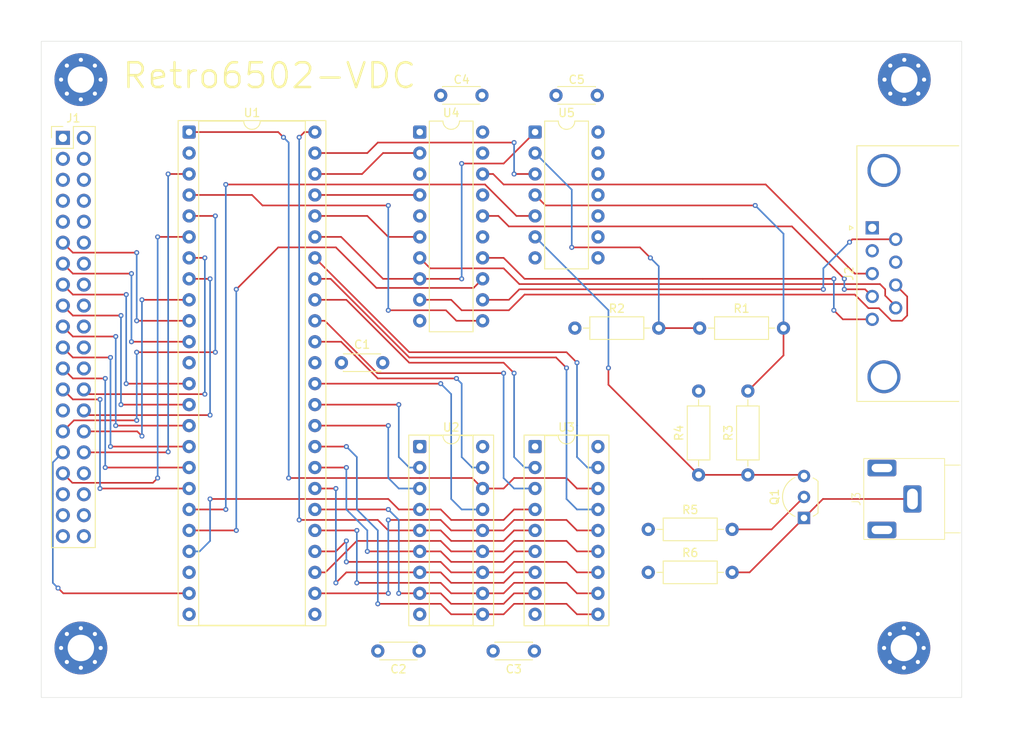
<source format=kicad_pcb>
(kicad_pcb (version 20241229) (generator "pcbnew") (generator_version "9.0")
  (layers (0 "F.Cu" signal) (4 "In1.Cu" signal) (6 "In2.Cu" signal) (2 "B.Cu" signal) (13 "F.Paste" user) (15 "B.Paste" user) (5 "F.SilkS" user "F.Silkscreen") (7 "B.SilkS" user "B.Silkscreen") (1 "F.Mask" user) (3 "B.Mask" user) (25 "Edge.Cuts" user))
  (net 0 "")
  (net 1 "GND")
  (net 2 "VCC")
  (net 4 "/R{slash}~{W}")
  (net 5 "/D0")
  (net 7 "/A0")
  (net 11 "/~{RESET}")
  (net 12 "/~{IOCS2}")
  (net 16 "/D4")
  (net 19 "/D2")
  (net 27 "/D1")
  (net 29 "/D3")
  (net 30 "/D6")
  (net 31 "/D5")
  (net 33 "/16MHz")
  (net 34 "/~{IRQ}")
  (net 36 "/D7")
  (net 38 "/1MHz")
  (net 39 "/B_I")
  (net 40 "/B_R")
  (net 41 "/B_HSYNC")
  (net 42 "/B_B")
  (net 43 "/B_G")
  (net 44 "/B_VSYNC")
  (net 45 "/COMPOSITE")
  (net 46 "Net-(Q1-B)")
  (net 47 "Net-(Q1-C)")
  (net 48 "Net-(R1-Pad2)")
  (net 49 "Net-(R1-Pad1)")
  (net 50 "/G")
  (net 51 "/DD5")
  (net 52 "/DA7")
  (net 53 "/DA1")
  (net 54 "/DA4")
  (net 55 "/DD0")
  (net 56 "/CV")
  (net 57 "/R")
  (net 58 "/DA6")
  (net 59 "/DD6")
  (net 60 "/B")
  (net 61 "/DA3")
  (net 62 "/DD1")
  (net 63 "/DA2")
  (net 64 "/DR{slash}~{W}")
  (net 65 "/DA5")
  (net 66 "/I")
  (net 67 "/VSYNC")
  (net 68 "/DA0")
  (net 69 "/DD7")
  (net 71 "/DD2")
  (net 72 "/DD4")
  (net 73 "/~{RAS}")
  (net 74 "/DD3")
  (net 75 "/CSYNC")
  (net 76 "/HSYNC")
  (net 77 "/~{CAS}")
  (footprint "Package_DIP:DIP-14_W7.62mm" (layer "F.Cu") (at 147.325 63.5)
    (property "Reference" "U5")
    (property "Value" "74LS07")
  )
  (footprint "Resistor_THT:R_Axial_DIN0207_L6.3mm_D2.5mm_P10.16mm_Horizontal" (layer "F.Cu") (at 167.259 87.249)
    (property "Reference" "R1")
    (property "Value" "120")
  )
  (footprint "MountingHole:MountingHole_3.2mm_M3_Pad_Via" (layer "F.Cu") (at 92.297056 126)
    (property "Reference" "H3")
    (property "Value" "MountingHole_Pad")
  )
  (footprint "Package_TO_SOT_THT:TO-92L_Inline_Wide" (layer "F.Cu") (at 179.901 110.246 90)
    (property "Reference" "Q1")
    (property "Value" "2SC1815")
  )
  (footprint "Resistor_THT:R_Axial_DIN0207_L6.3mm_D2.5mm_P10.16mm_Horizontal" (layer "F.Cu") (at 167.132 105.029 90)
    (property "Reference" "R4")
    (property "Value" "330")
  )
  (footprint "Package_DIP:DIP-18_W7.62mm_Socket" (layer "F.Cu") (at 133.35 101.6)
    (property "Reference" "U2")
    (property "Value" "TMS4464")
  )
  (footprint "Resistor_THT:R_Axial_DIN0207_L6.3mm_D2.5mm_P10.16mm_Horizontal" (layer "F.Cu") (at 161.036 116.84)
    (property "Reference" "R6")
    (property "Value" "82")
  )
  (footprint "Retro6502:SwitchCraft-PJRA" (layer "F.Cu") (at 193.04 107.95 90)
    (property "Reference" "J3")
    (property "Value" "Conn_Coaxial")
  )
  (footprint "Capacitor_THT:C_Disc_D4.3mm_W1.9mm_P5.00mm" (layer "F.Cu") (at 147.24 126.365 180)
    (property "Reference" "C3")
    (property "Value" "100n")
  )
  (footprint "MountingHole:MountingHole_3.2mm_M3_Pad_Via" (layer "F.Cu") (at 192.05 57.147056)
    (property "Reference" "H2")
    (property "Value" "MountingHole_Pad")
  )
  (footprint "Package_DIP:DIP-48_W15.24mm_Socket" (layer "F.Cu") (at 105.41 63.5)
    (property "Reference" "U1")
    (property "Value" "8568")
  )
  (footprint "Package_DIP:DIP-18_W7.62mm_Socket" (layer "F.Cu") (at 147.32 101.6)
    (property "Reference" "U3")
    (property "Value" "TMS4464")
  )
  (footprint "Resistor_THT:R_Axial_DIN0207_L6.3mm_D2.5mm_P10.16mm_Horizontal" (layer "F.Cu") (at 152.146 87.249)
    (property "Reference" "R2")
    (property "Value" "120")
  )
  (footprint "Connector_PinHeader_2.54mm:PinHeader_2x20_P2.54mm_Vertical" (layer "F.Cu") (at 90.12 64.2)
    (property "Reference" "J1")
    (property "Value" "BUS")
  )
  (footprint "Capacitor_THT:C_Disc_D4.3mm_W1.9mm_P5.00mm" (layer "F.Cu") (at 123.865 91.44)
    (property "Reference" "C1")
    (property "Value" "100n")
  )
  (footprint "Capacitor_THT:C_Disc_D4.3mm_W1.9mm_P5.00mm" (layer "F.Cu") (at 154.86 59.055 180)
    (property "Reference" "C5")
    (property "Value" "100n")
  )
  (footprint "Resistor_THT:R_Axial_DIN0207_L6.3mm_D2.5mm_P10.16mm_Horizontal" (layer "F.Cu") (at 173.101 105.029 90)
    (property "Reference" "R3")
    (property "Value" "100")
  )
  (footprint "Capacitor_THT:C_Disc_D4.3mm_W1.9mm_P5.00mm" (layer "F.Cu") (at 140.89 59.055 180)
    (property "Reference" "C4")
    (property "Value" "100n")
  )
  (footprint "MountingHole:MountingHole_3.2mm_M3_Pad_Via" (layer "F.Cu") (at 92.297056 57.147056)
    (property "Reference" "H1")
    (property "Value" "MountingHole_Pad")
  )
  (footprint "Capacitor_THT:C_Disc_D4.3mm_W1.9mm_P5.00mm" (layer "F.Cu") (at 133.27 126.365 180)
    (property "Reference" "C2")
    (property "Value" "100n")
  )
  (footprint "Package_DIP:DIP-20_W7.62mm" (layer "F.Cu") (at 133.35 63.5)
    (property "Reference" "U4")
    (property "Value" "74LS244")
  )
  (footprint "MountingHole:MountingHole_3.2mm_M3_Pad_Via" (layer "F.Cu") (at 192 126)
    (property "Reference" "H4")
    (property "Value" "MountingHole_Pad")
  )
  (footprint "Retro6502:DSUB-9_Female_Horizontal_P2.77x2.84mm_EdgePinOffset7.70mm_Housed_MountingHolesOffset9.12mm" (layer "F.Cu") (at 188.169669 75.105 90)
    (property "Reference" "J2")
    (property "Value" "CGA" (hide yes))
  )
  (footprint "Resistor_THT:R_Axial_DIN0207_L6.3mm_D2.5mm_P10.16mm_Horizontal" (layer "F.Cu") (at 161.036 111.633)
    (property "Reference" "R5")
    (property "Value" "47")
  )
  (gr_rect (start 87.5 52.5) (end 199 132) (stroke (width 0.05)) (fill no) (layer "Edge.Cuts"))
  (gr_text "Retro6502-VDC" (at 97.155 58.42 0) (layer "F.SilkS") (effects (font (size 3 3) (thickness 0.3)) (justify left bottom)))
  (segment (start 105.41 97.79) (end 107.95 97.79) (width 0.2) (layer "F.Cu") (net 4))
  (segment (start 92.66 97.22) (end 93.23 97.79) (width 0.2) (layer "F.Cu") (net 4))
  (segment (start 93.23 97.79) (end 105.41 97.79) (width 0.2) (layer "F.Cu") (net 4))
  (segment (start 107.95 81.28) (end 105.41 81.28) (width 0.2) (layer "F.Cu") (net 4))
  (via (at 107.95 81.28) (size 0.6) (drill 0.3) (layers "F.Cu" "B.Cu") (net 4))
  (via (at 107.95 97.79) (size 0.6) (drill 0.3) (layers "F.Cu" "B.Cu") (net 4))
  (segment (start 107.95 97.79) (end 107.95 81.28) (width 0.2) (layer "B.Cu") (net 4))
  (segment (start 94.615 106.68) (end 105.41 106.68) (width 0.2) (layer "F.Cu") (net 5))
  (segment (start 90.12 94.68) (end 91.325 95.885) (width 0.2) (layer "F.Cu") (net 5))
  (segment (start 91.325 95.885) (end 94.615 95.885) (width 0.2) (layer "F.Cu") (net 5))
  (via (at 94.615 95.885) (size 0.6) (drill 0.3) (layers "F.Cu" "B.Cu") (net 5))
  (via (at 94.615 106.68) (size 0.6) (drill 0.3) (layers "F.Cu" "B.Cu") (net 5))
  (segment (start 94.615 95.885) (end 94.615 106.68) (width 0.2) (layer "B.Cu") (net 5))
  (segment (start 92.66 94.68) (end 93.23 95.25) (width 0.2) (layer "F.Cu") (net 7))
  (segment (start 93.23 95.25) (end 107.315 95.25) (width 0.2) (layer "F.Cu") (net 7))
  (segment (start 107.315 78.74) (end 105.41 78.74) (width 0.2) (layer "F.Cu") (net 7))
  (via (at 107.315 78.74) (size 0.6) (drill 0.3) (layers "F.Cu" "B.Cu") (net 7))
  (via (at 107.315 95.25) (size 0.6) (drill 0.3) (layers "F.Cu" "B.Cu") (net 7))
  (segment (start 107.315 95.25) (end 107.315 78.74) (width 0.2) (layer "B.Cu") (net 7))
  (segment (start 89.535 118.745) (end 90.17 119.38) (width 0.2) (layer "F.Cu") (net 11))
  (segment (start 90.17 119.38) (end 105.41 119.38) (width 0.2) (layer "F.Cu") (net 11))
  (via (at 89.535 118.745) (size 0.6) (drill 0.3) (layers "F.Cu" "B.Cu") (net 11))
  (segment (start 88.9 103.52) (end 88.9 107.315) (width 0.2) (layer "B.Cu") (net 11))
  (segment (start 88.9 107.315) (end 88.9 118.11) (width 0.2) (layer "B.Cu") (net 11))
  (segment (start 88.9 118.11) (end 89.535 118.745) (width 0.2) (layer "B.Cu") (net 11))
  (segment (start 90.12 102.3) (end 88.9 103.52) (width 0.2) (layer "B.Cu") (net 11))
  (segment (start 91.271 105.991) (end 90.12 104.84) (width 0.2) (layer "F.Cu") (net 12))
  (segment (start 105.41 76.2) (end 101.6 76.2) (width 0.2) (layer "F.Cu") (net 12))
  (segment (start 101.019 105.991) (end 91.271 105.991) (width 0.2) (layer "F.Cu") (net 12))
  (segment (start 101.6 105.41) (end 101.019 105.991) (width 0.2) (layer "F.Cu") (net 12))
  (via (at 101.6 76.2) (size 0.6) (drill 0.3) (layers "F.Cu" "B.Cu") (net 12))
  (via (at 101.6 105.41) (size 0.6) (drill 0.3) (layers "F.Cu" "B.Cu") (net 12))
  (segment (start 101.6 76.2) (end 101.6 105.41) (width 0.2) (layer "B.Cu") (net 12))
  (segment (start 97.155 96.52) (end 105.41 96.52) (width 0.2) (layer "F.Cu") (net 16))
  (segment (start 90.12 84.52) (end 91.325 85.725) (width 0.2) (layer "F.Cu") (net 16))
  (segment (start 91.325 85.725) (end 97.155 85.725) (width 0.2) (layer "F.Cu") (net 16))
  (via (at 97.155 85.725) (size 0.6) (drill 0.3) (layers "F.Cu" "B.Cu") (net 16))
  (via (at 97.155 96.52) (size 0.6) (drill 0.3) (layers "F.Cu" "B.Cu") (net 16))
  (segment (start 97.155 85.725) (end 97.155 96.52) (width 0.2) (layer "B.Cu") (net 16))
  (segment (start 95.885 101.6) (end 105.41 101.6) (width 0.2) (layer "F.Cu") (net 19))
  (segment (start 90.12 89.6) (end 91.325 90.805) (width 0.2) (layer "F.Cu") (net 19))
  (segment (start 91.325 90.805) (end 95.885 90.805) (width 0.2) (layer "F.Cu") (net 19))
  (via (at 95.885 101.6) (size 0.6) (drill 0.3) (layers "F.Cu" "B.Cu") (net 19))
  (via (at 95.885 90.805) (size 0.6) (drill 0.3) (layers "F.Cu" "B.Cu") (net 19))
  (segment (start 95.885 90.805) (end 95.885 101.6) (width 0.2) (layer "B.Cu") (net 19))
  (segment (start 95.25 93.345) (end 91.325 93.345) (width 0.2) (layer "F.Cu") (net 27))
  (segment (start 105.41 104.14) (end 95.25 104.14) (width 0.2) (layer "F.Cu") (net 27))
  (segment (start 91.325 93.345) (end 90.12 92.14) (width 0.2) (layer "F.Cu") (net 27))
  (via (at 95.25 104.14) (size 0.6) (drill 0.3) (layers "F.Cu" "B.Cu") (net 27))
  (via (at 95.25 93.345) (size 0.6) (drill 0.3) (layers "F.Cu" "B.Cu") (net 27))
  (segment (start 95.25 104.14) (end 95.25 93.345) (width 0.2) (layer "B.Cu") (net 27))
  (segment (start 105.41 99.06) (end 96.52 99.06) (width 0.2) (layer "F.Cu") (net 29))
  (segment (start 91.325 88.265) (end 90.12 87.06) (width 0.2) (layer "F.Cu") (net 29))
  (segment (start 96.52 88.265) (end 91.325 88.265) (width 0.2) (layer "F.Cu") (net 29))
  (via (at 96.52 99.06) (size 0.6) (drill 0.3) (layers "F.Cu" "B.Cu") (net 29))
  (via (at 96.52 88.265) (size 0.6) (drill 0.3) (layers "F.Cu" "B.Cu") (net 29))
  (segment (start 96.52 99.06) (end 96.52 88.265) (width 0.2) (layer "B.Cu") (net 29))
  (segment (start 98.425 88.9) (end 105.41 88.9) (width 0.2) (layer "F.Cu") (net 30))
  (segment (start 91.325 80.645) (end 98.425 80.645) (width 0.2) (layer "F.Cu") (net 30))
  (segment (start 90.12 79.44) (end 91.325 80.645) (width 0.2) (layer "F.Cu") (net 30))
  (via (at 98.425 88.9) (size 0.6) (drill 0.3) (layers "F.Cu" "B.Cu") (net 30))
  (via (at 98.425 80.645) (size 0.6) (drill 0.3) (layers "F.Cu" "B.Cu") (net 30))
  (segment (start 98.425 80.645) (end 98.425 88.9) (width 0.2) (layer "B.Cu") (net 30))
  (segment (start 105.41 93.98) (end 97.79 93.98) (width 0.2) (layer "F.Cu") (net 31))
  (segment (start 91.325 83.185) (end 90.12 81.98) (width 0.2) (layer "F.Cu") (net 31))
  (segment (start 97.79 83.185) (end 91.325 83.185) (width 0.2) (layer "F.Cu") (net 31))
  (via (at 97.79 93.98) (size 0.6) (drill 0.3) (layers "F.Cu" "B.Cu") (net 31))
  (via (at 97.79 83.185) (size 0.6) (drill 0.3) (layers "F.Cu" "B.Cu") (net 31))
  (segment (start 97.79 93.98) (end 97.79 83.185) (width 0.2) (layer "B.Cu") (net 31))
  (segment (start 92.66 102.3) (end 102.805 102.3) (width 0.2) (layer "F.Cu") (net 33))
  (segment (start 102.805 102.3) (end 102.87 102.235) (width 0.2) (layer "F.Cu") (net 33))
  (segment (start 102.87 68.58) (end 105.41 68.58) (width 0.2) (layer "F.Cu") (net 33))
  (via (at 102.87 68.58) (size 0.6) (drill 0.3) (layers "F.Cu" "B.Cu") (net 33))
  (via (at 102.87 102.235) (size 0.6) (drill 0.3) (layers "F.Cu" "B.Cu") (net 33))
  (segment (start 102.87 102.235) (end 102.87 68.58) (width 0.2) (layer "B.Cu") (net 33))
  (segment (start 105.41 83.82) (end 99.695 83.82) (width 0.2) (layer "F.Cu") (net 34))
  (segment (start 99.695 100.33) (end 99.125 99.76) (width 0.2) (layer "F.Cu") (net 34))
  (segment (start 99.125 99.76) (end 92.66 99.76) (width 0.2) (layer "F.Cu") (net 34))
  (via (at 99.695 83.82) (size 0.6) (drill 0.3) (layers "F.Cu" "B.Cu") (net 34))
  (via (at 99.695 100.33) (size 0.6) (drill 0.3) (layers "F.Cu" "B.Cu") (net 34))
  (segment (start 99.695 83.82) (end 99.695 100.33) (width 0.2) (layer "B.Cu") (net 34))
  (segment (start 91.325 78.105) (end 90.12 76.9) (width 0.2) (layer "F.Cu") (net 36))
  (segment (start 105.41 86.36) (end 99.06 86.36) (width 0.2) (layer "F.Cu") (net 36))
  (segment (start 99.06 78.105) (end 91.325 78.105) (width 0.2) (layer "F.Cu") (net 36))
  (via (at 99.06 86.36) (size 0.6) (drill 0.3) (layers "F.Cu" "B.Cu") (net 36))
  (via (at 99.06 78.105) (size 0.6) (drill 0.3) (layers "F.Cu" "B.Cu") (net 36))
  (segment (start 99.06 86.36) (end 99.06 78.105) (width 0.2) (layer "B.Cu") (net 36))
  (segment (start 91.455 98.425) (end 99.06 98.425) (width 0.2) (layer "F.Cu") (net 38))
  (segment (start 108.585 73.66) (end 105.41 73.66) (width 0.2) (layer "F.Cu") (net 38))
  (segment (start 90.12 99.76) (end 91.455 98.425) (width 0.2) (layer "F.Cu") (net 38))
  (segment (start 99.06 90.17) (end 108.585 90.17) (width 0.2) (layer "F.Cu") (net 38))
  (via (at 108.585 73.66) (size 0.6) (drill 0.3) (layers "F.Cu" "B.Cu") (net 38))
  (via (at 99.06 98.425) (size 0.6) (drill 0.3) (layers "F.Cu" "B.Cu") (net 38))
  (via (at 108.585 90.17) (size 0.6) (drill 0.3) (layers "F.Cu" "B.Cu") (net 38))
  (via (at 99.06 90.17) (size 0.6) (drill 0.3) (layers "F.Cu" "B.Cu") (net 38))
  (segment (start 99.06 98.425) (end 99.06 90.17) (width 0.2) (layer "B.Cu") (net 38))
  (segment (start 108.585 90.17) (end 108.585 73.66) (width 0.2) (layer "B.Cu") (net 38))
  (segment (start 167.64 82.55) (end 182.245 82.55) (width 0.2) (layer "F.Cu") (net 39))
  (segment (start 145.415 82.55) (end 167.64 82.55) (width 0.2) (layer "F.Cu") (net 39))
  (segment (start 185.765 76.49) (end 191.009669 76.49) (width 0.2) (layer "F.Cu") (net 39))
  (segment (start 185.42 76.835) (end 185.765 76.49) (width 0.2) (layer "F.Cu") (net 39))
  (segment (start 140.97 83.82) (end 144.145 83.82) (width 0.2) (layer "F.Cu") (net 39))
  (segment (start 144.145 83.82) (end 145.415 82.55) (width 0.2) (layer "F.Cu") (net 39))
  (via (at 185.42 76.835) (size 0.6) (drill 0.3) (layers "F.Cu" "B.Cu") (net 39))
  (via (at 182.245 82.55) (size 0.6) (drill 0.3) (layers "F.Cu" "B.Cu") (net 39))
  (segment (start 182.245 80.01) (end 185.42 76.835) (width 0.2) (layer "B.Cu") (net 39))
  (segment (start 182.245 82.55) (end 182.245 80.01) (width 0.2) (layer "B.Cu") (net 39))
  (segment (start 142.24 68.58) (end 143.51 69.85) (width 0.2) (layer "F.Cu") (net 40))
  (segment (start 175.26 69.85) (end 186.055 80.645) (width 0.2) (layer "F.Cu") (net 40))
  (segment (start 186.055 80.645) (end 188.169669 80.645) (width 0.2) (layer "F.Cu") (net 40))
  (segment (start 143.51 69.85) (end 175.26 69.85) (width 0.2) (layer "F.Cu") (net 40))
  (segment (start 140.97 68.58) (end 142.24 68.58) (width 0.2) (layer "F.Cu") (net 40))
  (segment (start 187.706 84.836) (end 188.976 84.836) (width 0.2) (layer "F.Cu") (net 41))
  (segment (start 192.405 83.425331) (end 191.009669 82.03) (width 0.2) (layer "F.Cu") (net 41))
  (segment (start 146.05 83.185) (end 186.055 83.185) (width 0.2) (layer "F.Cu") (net 41))
  (segment (start 191.77 86.36) (end 192.405 85.725) (width 0.2) (layer "F.Cu") (net 41))
  (segment (start 188.976 84.836) (end 190.5 86.36) (width 0.2) (layer "F.Cu") (net 41))
  (segment (start 144.145 85.09) (end 146.05 83.185) (width 0.2) (layer "F.Cu") (net 41))
  (segment (start 133.35 83.82) (end 137.16 83.82) (width 0.2) (layer "F.Cu") (net 41))
  (segment (start 192.405 85.725) (end 192.405 83.425331) (width 0.2) (layer "F.Cu") (net 41))
  (segment (start 138.43 85.09) (end 144.145 85.09) (width 0.2) (layer "F.Cu") (net 41))
  (segment (start 137.16 83.82) (end 138.43 85.09) (width 0.2) (layer "F.Cu") (net 41))
  (segment (start 186.055 83.185) (end 187.706 84.836) (width 0.2) (layer "F.Cu") (net 41))
  (segment (start 190.5 86.36) (end 191.77 86.36) (width 0.2) (layer "F.Cu") (net 41))
  (segment (start 183.515 85.09) (end 184.61 86.185) (width 0.2) (layer "F.Cu") (net 42))
  (segment (start 146.05 81.28) (end 167.64 81.28) (width 0.2) (layer "F.Cu") (net 42))
  (segment (start 167.64 81.28) (end 183.515 81.28) (width 0.2) (layer "F.Cu") (net 42))
  (segment (start 140.97 78.74) (end 143.51 78.74) (width 0.2) (layer "F.Cu") (net 42))
  (segment (start 143.51 78.74) (end 146.05 81.28) (width 0.2) (layer "F.Cu") (net 42))
  (segment (start 184.61 86.185) (end 188.169669 86.185) (width 0.2) (layer "F.Cu") (net 42))
  (via (at 183.515 81.28) (size 0.6) (drill 0.3) (layers "F.Cu" "B.Cu") (net 42))
  (via (at 183.515 85.09) (size 0.6) (drill 0.3) (layers "F.Cu" "B.Cu") (net 42))
  (segment (start 183.515 81.28) (end 183.515 85.09) (width 0.2) (layer "B.Cu") (net 42))
  (segment (start 140.97 73.66) (end 142.875 73.66) (width 0.2) (layer "F.Cu") (net 43))
  (segment (start 142.875 73.66) (end 144.145 74.93) (width 0.2) (layer "F.Cu") (net 43))
  (segment (start 184.785 82.55) (end 187.304669 82.55) (width 0.2) (layer "F.Cu") (net 43))
  (segment (start 178.435 74.93) (end 184.785 81.28) (width 0.2) (layer "F.Cu") (net 43))
  (segment (start 144.145 74.93) (end 178.435 74.93) (width 0.2) (layer "F.Cu") (net 43))
  (segment (start 187.304669 82.55) (end 188.169669 83.415) (width 0.2) (layer "F.Cu") (net 43))
  (via (at 184.785 82.55) (size 0.6) (drill 0.3) (layers "F.Cu" "B.Cu") (net 43))
  (via (at 184.785 81.28) (size 0.6) (drill 0.3) (layers "F.Cu" "B.Cu") (net 43))
  (segment (start 184.785 81.28) (end 184.785 82.55) (width 0.2) (layer "B.Cu") (net 43))
  (segment (start 189.103 81.915) (end 189.738 82.55) (width 0.2) (layer "F.Cu") (net 44))
  (segment (start 133.35 78.74) (end 134.62 80.01) (width 0.2) (layer "F.Cu") (net 44))
  (segment (start 134.62 80.01) (end 143.51 80.01) (width 0.2) (layer "F.Cu") (net 44))
  (segment (start 189.738 83.312) (end 191.009669 84.583669) (width 0.2) (layer "F.Cu") (net 44))
  (segment (start 143.51 80.01) (end 145.415 81.915) (width 0.2) (layer "F.Cu") (net 44))
  (segment (start 191.009669 84.583669) (end 191.009669 84.8) (width 0.2) (layer "F.Cu") (net 44))
  (segment (start 189.738 82.55) (end 189.738 83.312) (width 0.2) (layer "F.Cu") (net 44))
  (segment (start 145.415 81.915) (end 189.103 81.915) (width 0.2) (layer "F.Cu") (net 44))
  (segment (start 173.307 116.84) (end 179.901 110.246) (width 0.2) (layer "F.Cu") (net 45))
  (segment (start 179.901 110.246) (end 182.197 107.95) (width 0.2) (layer "F.Cu") (net 45))
  (segment (start 171.196 116.84) (end 173.307 116.84) (width 0.2) (layer "F.Cu") (net 45))
  (segment (start 182.197 107.95) (end 193.04 107.95) (width 0.2) (layer "F.Cu") (net 45))
  (segment (start 156.21 94.107) (end 167.132 105.029) (width 0.2) (layer "F.Cu") (net 46))
  (segment (start 156.21 92.075) (end 156.21 94.107) (width 0.2) (layer "F.Cu") (net 46))
  (segment (start 173.101 105.029) (end 179.764 105.029) (width 0.2) (layer "F.Cu") (net 46))
  (segment (start 179.764 105.029) (end 179.901 105.166) (width 0.2) (layer "F.Cu") (net 46))
  (segment (start 167.132 105.029) (end 173.101 105.029) (width 0.2) (layer "F.Cu") (net 46))
  (via (at 156.21 92.075) (size 0.6) (drill 0.3) (layers "F.Cu" "B.Cu") (net 46))
  (segment (start 156.21 85.085) (end 156.21 92.075) (width 0.2) (layer "B.Cu") (net 46))
  (segment (start 147.325 76.2) (end 156.21 85.085) (width 0.2) (layer "B.Cu") (net 46))
  (segment (start 171.196 111.633) (end 175.974 111.633) (width 0.2) (layer "F.Cu") (net 47))
  (segment (start 175.974 111.633) (end 179.901 107.706) (width 0.2) (layer "F.Cu") (net 47))
  (segment (start 177.419 90.551) (end 177.419 87.249) (width 0.2) (layer "F.Cu") (net 48))
  (segment (start 173.101 94.869) (end 177.419 90.551) (width 0.2) (layer "F.Cu") (net 48))
  (segment (start 148.595 72.39) (end 147.325 71.12) (width 0.2) (layer "F.Cu") (net 48))
  (segment (start 173.99 72.39) (end 148.595 72.39) (width 0.2) (layer "F.Cu") (net 48))
  (via (at 173.99 72.39) (size 0.6) (drill 0.3) (layers "F.Cu" "B.Cu") (net 48))
  (segment (start 177.419 75.819) (end 173.99 72.39) (width 0.2) (layer "B.Cu") (net 48))
  (segment (start 177.419 87.249) (end 177.419 75.819) (width 0.2) (layer "B.Cu") (net 48))
  (segment (start 162.306 87.249) (end 167.259 87.249) (width 0.2) (layer "F.Cu") (net 49))
  (segment (start 160.02 77.47) (end 161.29 78.74) (width 0.2) (layer "F.Cu") (net 49))
  (segment (start 151.765 77.47) (end 160.02 77.47) (width 0.2) (layer "F.Cu") (net 49))
  (via (at 151.765 77.47) (size 0.6) (drill 0.3) (layers "F.Cu" "B.Cu") (net 49))
  (via (at 161.29 78.74) (size 0.6) (drill 0.3) (layers "F.Cu" "B.Cu") (net 49))
  (segment (start 161.29 78.74) (end 162.306 79.756) (width 0.2) (layer "B.Cu") (net 49))
  (segment (start 147.325 66.04) (end 151.765 70.48) (width 0.2) (layer "B.Cu") (net 49))
  (segment (start 162.306 79.756) (end 162.306 87.249) (width 0.2) (layer "B.Cu") (net 49))
  (segment (start 151.765 70.48) (end 151.765 77.47) (width 0.2) (layer "B.Cu") (net 49))
  (segment (start 120.65 71.12) (end 133.35 71.12) (width 0.2) (layer "F.Cu") (net 50))
  (segment (start 124.46 83.82) (end 132.08 91.44) (width 0.2) (layer "F.Cu") (net 51))
  (segment (start 132.08 91.44) (end 143.51 91.44) (width 0.2) (layer "F.Cu") (net 51))
  (segment (start 120.65 83.82) (end 124.46 83.82) (width 0.2) (layer "F.Cu") (net 51))
  (segment (start 143.51 91.44) (end 144.78 92.71) (width 0.2) (layer "F.Cu") (net 51))
  (via (at 144.78 92.71) (size 0.6) (drill 0.3) (layers "F.Cu" "B.Cu") (net 51))
  (segment (start 144.78 102.87) (end 146.05 104.14) (width 0.2) (layer "B.Cu") (net 51))
  (segment (start 144.78 92.71) (end 144.78 102.87) (width 0.2) (layer "B.Cu") (net 51))
  (segment (start 146.05 104.14) (end 147.32 104.14) (width 0.2) (layer "B.Cu") (net 51))
  (segment (start 137.16 121.92) (end 135.89 120.65) (width 0.2) (layer "F.Cu") (net 52))
  (segment (start 140.97 121.92) (end 137.16 121.92) (width 0.2) (layer "F.Cu") (net 52))
  (segment (start 135.89 120.65) (end 128.27 120.65) (width 0.2) (layer "F.Cu") (net 52))
  (segment (start 151.13 120.65) (end 152.4 121.92) (width 0.2) (layer "F.Cu") (net 52))
  (segment (start 140.97 121.92) (end 143.51 121.92) (width 0.2) (layer "F.Cu") (net 52))
  (segment (start 152.4 121.92) (end 154.94 121.92) (width 0.2) (layer "F.Cu") (net 52))
  (segment (start 144.78 120.65) (end 151.13 120.65) (width 0.2) (layer "F.Cu") (net 52))
  (segment (start 143.51 121.92) (end 144.78 120.65) (width 0.2) (layer "F.Cu") (net 52))
  (segment (start 120.65 101.6) (end 124.46 101.6) (width 0.2) (layer "F.Cu") (net 52))
  (via (at 128.27 120.65) (size 0.6) (drill 0.3) (layers "F.Cu" "B.Cu") (net 52))
  (via (at 124.46 101.6) (size 0.6) (drill 0.3) (layers "F.Cu" "B.Cu") (net 52))
  (segment (start 125.73 102.87) (end 125.73 109.22) (width 0.2) (layer "B.Cu") (net 52))
  (segment (start 124.46 101.6) (end 125.73 102.87) (width 0.2) (layer "B.Cu") (net 52))
  (segment (start 128.27 111.76) (end 128.27 120.65) (width 0.2) (layer "B.Cu") (net 52))
  (segment (start 125.73 109.22) (end 128.27 111.76) (width 0.2) (layer "B.Cu") (net 52))
  (segment (start 125.73 113.03) (end 121.92 116.84) (width 0.2) (layer "F.Cu") (net 53))
  (segment (start 144.78 113.03) (end 151.13 113.03) (width 0.2) (layer "F.Cu") (net 53))
  (segment (start 151.13 113.03) (end 152.4 114.3) (width 0.2) (layer "F.Cu") (net 53))
  (segment (start 140.97 114.3) (end 143.51 114.3) (width 0.2) (layer "F.Cu") (net 53))
  (segment (start 135.89 113.03) (end 125.73 113.03) (width 0.2) (layer "F.Cu") (net 53))
  (segment (start 140.97 114.3) (end 137.16 114.3) (width 0.2) (layer "F.Cu") (net 53))
  (segment (start 121.92 116.84) (end 120.65 116.84) (width 0.2) (layer "F.Cu") (net 53))
  (segment (start 143.51 114.3) (end 144.78 113.03) (width 0.2) (layer "F.Cu") (net 53))
  (segment (start 137.16 114.3) (end 135.89 113.03) (width 0.2) (layer "F.Cu") (net 53))
  (segment (start 152.4 114.3) (end 154.94 114.3) (width 0.2) (layer "F.Cu") (net 53))
  (segment (start 137.16 120.65) (end 135.89 119.38) (width 0.2) (layer "F.Cu") (net 54))
  (segment (start 144.78 119.38) (end 143.51 120.65) (width 0.2) (layer "F.Cu") (net 54))
  (segment (start 129.54 109.22) (end 120.65 109.22) (width 0.2) (layer "F.Cu") (net 54))
  (segment (start 143.51 120.65) (end 137.16 120.65) (width 0.2) (layer "F.Cu") (net 54))
  (segment (start 135.89 119.38) (end 133.35 119.38) (width 0.2) (layer "F.Cu") (net 54))
  (segment (start 147.32 119.38) (end 144.78 119.38) (width 0.2) (layer "F.Cu") (net 54))
  (segment (start 133.35 119.38) (end 130.81 119.38) (width 0.2) (layer "F.Cu") (net 54))
  (via (at 130.81 119.38) (size 0.6) (drill 0.3) (layers "F.Cu" "B.Cu") (net 54))
  (via (at 129.54 109.22) (size 0.6) (drill 0.3) (layers "F.Cu" "B.Cu") (net 54))
  (segment (start 130.81 110.49) (end 129.54 109.22) (width 0.2) (layer "B.Cu") (net 54))
  (segment (start 130.81 119.38) (end 130.81 110.49) (width 0.2) (layer "B.Cu") (net 54))
  (segment (start 120.65 99.06) (end 129.54 99.06) (width 0.2) (layer "F.Cu") (net 55))
  (via (at 129.54 99.06) (size 0.6) (drill 0.3) (layers "F.Cu" "B.Cu") (net 55))
  (segment (start 129.54 105.41) (end 129.54 99.06) (width 0.2) (layer "B.Cu") (net 55))
  (segment (start 130.81 106.68) (end 129.54 105.41) (width 0.2) (layer "B.Cu") (net 55))
  (segment (start 133.35 106.68) (end 130.81 106.68) (width 0.2) (layer "B.Cu") (net 55))
  (segment (start 147.325 68.58) (end 144.78 68.58) (width 0.2) (layer "F.Cu") (net 56))
  (segment (start 128.27 64.77) (end 144.78 64.77) (width 0.2) (layer "F.Cu") (net 56))
  (segment (start 120.65 66.04) (end 127 66.04) (width 0.2) (layer "F.Cu") (net 56))
  (segment (start 127 66.04) (end 128.27 64.77) (width 0.2) (layer "F.Cu") (net 56))
  (via (at 144.78 64.77) (size 0.6) (drill 0.3) (layers "F.Cu" "B.Cu") (net 56))
  (via (at 144.78 68.58) (size 0.6) (drill 0.3) (layers "F.Cu" "B.Cu") (net 56))
  (segment (start 144.78 68.58) (end 144.78 64.77) (width 0.2) (layer "B.Cu") (net 56))
  (segment (start 128.905 66.04) (end 133.35 66.04) (width 0.2) (layer "F.Cu") (net 57))
  (segment (start 126.365 68.58) (end 128.905 66.04) (width 0.2) (layer "F.Cu") (net 57))
  (segment (start 120.65 68.58) (end 126.365 68.58) (width 0.2) (layer "F.Cu") (net 57))
  (segment (start 143.51 115.57) (end 137.16 115.57) (width 0.2) (layer "F.Cu") (net 58))
  (segment (start 147.32 114.3) (end 144.78 114.3) (width 0.2) (layer "F.Cu") (net 58))
  (segment (start 137.16 115.57) (end 135.89 114.3) (width 0.2) (layer "F.Cu") (net 58))
  (segment (start 124.46 104.14) (end 120.65 104.14) (width 0.2) (layer "F.Cu") (net 58))
  (segment (start 133.35 114.3) (end 127 114.3) (width 0.2) (layer "F.Cu") (net 58))
  (segment (start 144.78 114.3) (end 143.51 115.57) (width 0.2) (layer "F.Cu") (net 58))
  (segment (start 135.89 114.3) (end 133.35 114.3) (width 0.2) (layer "F.Cu") (net 58))
  (via (at 124.46 104.14) (size 0.6) (drill 0.3) (layers "F.Cu" "B.Cu") (net 58))
  (via (at 127 114.3) (size 0.6) (drill 0.3) (layers "F.Cu" "B.Cu") (net 58))
  (segment (start 127 114.3) (end 127 111.76) (width 0.2) (layer "B.Cu") (net 58))
  (segment (start 124.46 109.22) (end 124.46 104.14) (width 0.2) (layer "B.Cu") (net 58))
  (segment (start 127 111.76) (end 124.46 109.22) (width 0.2) (layer "B.Cu") (net 58))
  (segment (start 149.86 90.805) (end 151.13 92.075) (width 0.2) (layer "F.Cu") (net 59))
  (segment (start 132.08 90.805) (end 149.86 90.805) (width 0.2) (layer "F.Cu") (net 59))
  (segment (start 122.555 81.28) (end 132.08 90.805) (width 0.2) (layer "F.Cu") (net 59))
  (segment (start 120.65 81.28) (end 122.555 81.28) (width 0.2) (layer "F.Cu") (net 59))
  (via (at 151.13 92.075) (size 0.6) (drill 0.3) (layers "F.Cu" "B.Cu") (net 59))
  (segment (start 151.13 92.075) (end 151.13 107.95) (width 0.2) (layer "B.Cu") (net 59))
  (segment (start 152.4 109.22) (end 154.94 109.22) (width 0.2) (layer "B.Cu") (net 59))
  (segment (start 151.13 107.95) (end 152.4 109.22) (width 0.2) (layer "B.Cu") (net 59))
  (segment (start 127 73.66) (end 129.54 76.2) (width 0.2) (layer "F.Cu") (net 60))
  (segment (start 120.65 73.66) (end 127 73.66) (width 0.2) (layer "F.Cu") (net 60))
  (segment (start 129.54 76.2) (end 133.35 76.2) (width 0.2) (layer "F.Cu") (net 60))
  (segment (start 143.51 119.38) (end 144.78 118.11) (width 0.2) (layer "F.Cu") (net 61))
  (segment (start 144.78 118.11) (end 151.13 118.11) (width 0.2) (layer "F.Cu") (net 61))
  (segment (start 120.65 111.76) (end 125.73 111.76) (width 0.2) (layer "F.Cu") (net 61))
  (segment (start 140.97 119.38) (end 143.51 119.38) (width 0.2) (layer "F.Cu") (net 61))
  (segment (start 140.97 119.38) (end 137.16 119.38) (width 0.2) (layer "F.Cu") (net 61))
  (segment (start 152.4 119.38) (end 154.94 119.38) (width 0.2) (layer "F.Cu") (net 61))
  (segment (start 151.13 118.11) (end 152.4 119.38) (width 0.2) (layer "F.Cu") (net 61))
  (segment (start 137.16 119.38) (end 135.89 118.11) (width 0.2) (layer "F.Cu") (net 61))
  (segment (start 135.89 118.11) (end 125.73 118.11) (width 0.2) (layer "F.Cu") (net 61))
  (via (at 125.73 111.76) (size 0.6) (drill 0.3) (layers "F.Cu" "B.Cu") (net 61))
  (via (at 125.73 118.11) (size 0.6) (drill 0.3) (layers "F.Cu" "B.Cu") (net 61))
  (segment (start 125.73 118.11) (end 125.73 111.76) (width 0.2) (layer "B.Cu") (net 61))
  (segment (start 120.65 96.52) (end 130.81 96.52) (width 0.2) (layer "F.Cu") (net 62))
  (via (at 130.81 96.52) (size 0.6) (drill 0.3) (layers "F.Cu" "B.Cu") (net 62))
  (segment (start 130.81 102.87) (end 132.08 104.14) (width 0.2) (layer "B.Cu") (net 62))
  (segment (start 132.08 104.14) (end 133.35 104.14) (width 0.2) (layer "B.Cu") (net 62))
  (segment (start 130.81 96.52) (end 130.81 102.87) (width 0.2) (layer "B.Cu") (net 62))
  (segment (start 152.4 116.84) (end 154.94 116.84) (width 0.2) (layer "F.Cu") (net 63))
  (segment (start 140.97 116.84) (end 137.16 116.84) (width 0.2) (layer "F.Cu") (net 63))
  (segment (start 135.89 115.57) (end 124.46 115.57) (width 0.2) (layer "F.Cu") (net 63))
  (segment (start 144.78 115.57) (end 151.13 115.57) (width 0.2) (layer "F.Cu") (net 63))
  (segment (start 151.13 115.57) (end 152.4 116.84) (width 0.2) (layer "F.Cu") (net 63))
  (segment (start 143.51 116.84) (end 144.78 115.57) (width 0.2) (layer "F.Cu") (net 63))
  (segment (start 123.19 114.3) (end 120.65 114.3) (width 0.2) (layer "F.Cu") (net 63))
  (segment (start 140.97 116.84) (end 143.51 116.84) (width 0.2) (layer "F.Cu") (net 63))
  (segment (start 137.16 116.84) (end 135.89 115.57) (width 0.2) (layer "F.Cu") (net 63))
  (segment (start 124.46 113.03) (end 123.19 114.3) (width 0.2) (layer "F.Cu") (net 63))
  (via (at 124.46 115.57) (size 0.6) (drill 0.3) (layers "F.Cu" "B.Cu") (net 63))
  (via (at 124.46 113.03) (size 0.6) (drill 0.3) (layers "F.Cu" "B.Cu") (net 63))
  (segment (start 124.46 115.57) (end 124.46 113.03) (width 0.2) (layer "B.Cu") (net 63))
  (segment (start 137.16 110.49) (end 143.51 110.49) (width 0.2) (layer "F.Cu") (net 64))
  (segment (start 133.35 109.22) (end 130.81 109.22) (width 0.2) (layer "F.Cu") (net 64))
  (segment (start 144.78 109.22) (end 147.32 109.22) (width 0.2) (layer "F.Cu") (net 64))
  (segment (start 143.51 110.49) (end 144.78 109.22) (width 0.2) (layer "F.Cu") (net 64))
  (segment (start 133.35 109.22) (end 135.89 109.22) (width 0.2) (layer "F.Cu") (net 64))
  (segment (start 129.54 107.95) (end 107.95 107.95) (width 0.2) (layer "F.Cu") (net 64))
  (segment (start 130.81 109.22) (end 129.54 107.95) (width 0.2) (layer "F.Cu") (net 64))
  (segment (start 135.89 109.22) (end 137.16 110.49) (width 0.2) (layer "F.Cu") (net 64))
  (via (at 107.95 107.95) (size 0.6) (drill 0.3) (layers "F.Cu" "B.Cu") (net 64))
  (segment (start 107.95 113.03) (end 107.95 107.95) (width 0.2) (layer "B.Cu") (net 64))
  (segment (start 106.68 114.3) (end 107.95 113.03) (width 0.2) (layer "B.Cu") (net 64))
  (segment (start 105.41 114.3) (end 106.68 114.3) (width 0.2) (layer "B.Cu") (net 64))
  (segment (start 124.46 116.84) (end 123.19 118.11) (width 0.2) (layer "F.Cu") (net 65))
  (segment (start 137.16 118.11) (end 135.89 116.84) (width 0.2) (layer "F.Cu") (net 65))
  (segment (start 133.35 116.84) (end 124.46 116.84) (width 0.2) (layer "F.Cu") (net 65))
  (segment (start 123.19 106.68) (end 120.65 106.68) (width 0.2) (layer "F.Cu") (net 65))
  (segment (start 135.89 116.84) (end 133.35 116.84) (width 0.2) (layer "F.Cu") (net 65))
  (segment (start 147.32 116.84) (end 144.78 116.84) (width 0.2) (layer "F.Cu") (net 65))
  (segment (start 144.78 116.84) (end 143.51 118.11) (width 0.2) (layer "F.Cu") (net 65))
  (segment (start 143.51 118.11) (end 137.16 118.11) (width 0.2) (layer "F.Cu") (net 65))
  (via (at 123.19 106.68) (size 0.6) (drill 0.3) (layers "F.Cu" "B.Cu") (net 65))
  (via (at 123.19 118.11) (size 0.6) (drill 0.3) (layers "F.Cu" "B.Cu") (net 65))
  (segment (start 123.19 118.11) (end 123.19 106.68) (width 0.2) (layer "B.Cu") (net 65))
  (segment (start 123.825 76.2) (end 128.905 81.28) (width 0.2) (layer "F.Cu") (net 66))
  (segment (start 120.65 76.2) (end 123.825 76.2) (width 0.2) (layer "F.Cu") (net 66))
  (segment (start 133.35 81.28) (end 138.43 81.28) (width 0.2) (layer "F.Cu") (net 66))
  (segment (start 143.515 67.31) (end 147.325 63.5) (width 0.2) (layer "F.Cu") (net 66))
  (segment (start 128.905 81.28) (end 133.35 81.28) (width 0.2) (layer "F.Cu") (net 66))
  (segment (start 138.43 67.31) (end 143.515 67.31) (width 0.2) (layer "F.Cu") (net 66))
  (via (at 138.43 81.28) (size 0.6) (drill 0.3) (layers "F.Cu" "B.Cu") (net 66))
  (via (at 138.43 67.31) (size 0.6) (drill 0.3) (layers "F.Cu" "B.Cu") (net 66))
  (segment (start 138.43 81.28) (end 138.43 67.31) (width 0.2) (layer "B.Cu") (net 66))
  (segment (start 105.41 111.76) (end 111.125 111.76) (width 0.2) (layer "F.Cu") (net 67))
  (segment (start 123.19 77.47) (end 128.101 82.381) (width 0.2) (layer "F.Cu") (net 67))
  (segment (start 139.869 82.381) (end 140.97 81.28) (width 0.2) (layer "F.Cu") (net 67))
  (segment (start 116.205 77.47) (end 123.19 77.47) (width 0.2) (layer "F.Cu") (net 67))
  (segment (start 111.125 82.55) (end 116.205 77.47) (width 0.2) (layer "F.Cu") (net 67))
  (segment (start 128.101 82.381) (end 139.869 82.381) (width 0.2) (layer "F.Cu") (net 67))
  (via (at 111.125 111.76) (size 0.6) (drill 0.3) (layers "F.Cu" "B.Cu") (net 67))
  (via (at 111.125 82.55) (size 0.6) (drill 0.3) (layers "F.Cu" "B.Cu") (net 67))
  (segment (start 111.125 111.76) (end 111.125 82.55) (width 0.2) (layer "B.Cu") (net 67))
  (segment (start 151.13 110.49) (end 152.4 111.76) (width 0.2) (layer "F.Cu") (net 68))
  (segment (start 140.97 111.76) (end 143.51 111.76) (width 0.2) (layer "F.Cu") (net 68))
  (segment (start 137.16 111.76) (end 140.97 111.76) (width 0.2) (layer "F.Cu") (net 68))
  (segment (start 120.65 119.38) (end 129.54 119.38) (width 0.2) (layer "F.Cu") (net 68))
  (segment (start 143.51 111.76) (end 144.78 110.49) (width 0.2) (layer "F.Cu") (net 68))
  (segment (start 129.54 110.49) (end 135.89 110.49) (width 0.2) (layer "F.Cu") (net 68))
  (segment (start 152.4 111.76) (end 154.94 111.76) (width 0.2) (layer "F.Cu") (net 68))
  (segment (start 135.89 110.49) (end 137.16 111.76) (width 0.2) (layer "F.Cu") (net 68))
  (segment (start 144.78 110.49) (end 151.13 110.49) (width 0.2) (layer "F.Cu") (net 68))
  (via (at 129.54 119.38) (size 0.6) (drill 0.3) (layers "F.Cu" "B.Cu") (net 68))
  (via (at 129.54 110.49) (size 0.6) (drill 0.3) (layers "F.Cu" "B.Cu") (net 68))
  (segment (start 129.54 110.49) (end 129.54 119.38) (width 0.2) (layer "B.Cu") (net 68))
  (segment (start 132.08 90.17) (end 120.65 78.74) (width 0.2) (layer "F.Cu") (net 69))
  (segment (start 152.4 91.44) (end 151.13 90.17) (width 0.2) (layer "F.Cu") (net 69))
  (segment (start 151.13 90.17) (end 132.08 90.17) (width 0.2) (layer "F.Cu") (net 69))
  (via (at 152.4 91.44) (size 0.6) (drill 0.3) (layers "F.Cu" "B.Cu") (net 69))
  (segment (start 152.4 102.87) (end 152.4 99.06) (width 0.2) (layer "B.Cu") (net 69))
  (segment (start 152.4 99.06) (end 152.4 91.44) (width 0.2) (layer "B.Cu") (net 69))
  (segment (start 154.94 104.14) (end 153.67 104.14) (width 0.2) (layer "B.Cu") (net 69))
  (segment (start 153.67 104.14) (end 152.4 102.87) (width 0.2) (layer "B.Cu") (net 69))
  (segment (start 135.89 93.98) (end 120.65 93.98) (width 0.2) (layer "F.Cu") (net 71))
  (via (at 135.89 93.98) (size 0.6) (drill 0.3) (layers "F.Cu" "B.Cu") (net 71))
  (segment (start 137.16 107.95) (end 137.16 99.06) (width 0.2) (layer "B.Cu") (net 71))
  (segment (start 140.97 109.22) (end 138.43 109.22) (width 0.2) (layer "B.Cu") (net 71))
  (segment (start 138.43 109.22) (end 137.16 107.95) (width 0.2) (layer "B.Cu") (net 71))
  (segment (start 137.16 99.06) (end 137.16 95.25) (width 0.2) (layer "B.Cu") (net 71))
  (segment (start 137.16 95.25) (end 135.89 93.98) (width 0.2) (layer "B.Cu") (net 71))
  (segment (start 128.2021 92.71) (end 143.51 92.71) (width 0.2) (layer "F.Cu") (net 72))
  (segment (start 120.65 86.36) (end 121.8521 86.36) (width 0.2) (layer "F.Cu") (net 72))
  (segment (start 121.8521 86.36) (end 128.2021 92.71) (width 0.2) (layer "F.Cu") (net 72))
  (via (at 143.51 92.71) (size 0.6) (drill 0.3) (layers "F.Cu" "B.Cu") (net 72))
  (segment (start 144.78 106.68) (end 143.51 105.41) (width 0.2) (layer "B.Cu") (net 72))
  (segment (start 147.32 106.68) (end 144.78 106.68) (width 0.2) (layer "B.Cu") (net 72))
  (segment (start 143.51 105.41) (end 143.51 92.71) (width 0.2) (layer "B.Cu") (net 72))
  (segment (start 133.35 111.76) (end 129.54 111.76) (width 0.2) (layer "F.Cu") (net 73))
  (segment (start 129.54 111.76) (end 128.27 110.49) (width 0.2) (layer "F.Cu") (net 73))
  (segment (start 120.65 63.5) (end 119.38 63.5) (width 0.2) (layer "F.Cu") (net 73))
  (segment (start 137.16 113.03) (end 143.51 113.03) (width 0.2) (layer "F.Cu") (net 73))
  (segment (start 135.89 111.76) (end 137.16 113.03) (width 0.2) (layer "F.Cu") (net 73))
  (segment (start 119.38 63.5) (end 118.745 64.135) (width 0.2) (layer "F.Cu") (net 73))
  (segment (start 118.745 110.49) (end 128.27 110.49) (width 0.2) (layer "F.Cu") (net 73))
  (segment (start 143.51 113.03) (end 144.78 111.76) (width 0.2) (layer "F.Cu") (net 73))
  (segment (start 133.35 111.76) (end 135.89 111.76) (width 0.2) (layer "F.Cu") (net 73))
  (segment (start 144.78 111.76) (end 147.32 111.76) (width 0.2) (layer "F.Cu") (net 73))
  (via (at 118.745 110.49) (size 0.6) (drill 0.3) (layers "F.Cu" "B.Cu") (net 73))
  (via (at 118.745 64.135) (size 0.6) (drill 0.3) (layers "F.Cu" "B.Cu") (net 73))
  (segment (start 118.745 64.135) (end 118.745 110.49) (width 0.2) (layer "B.Cu") (net 73))
  (segment (start 123.825 88.9) (end 120.65 88.9) (width 0.2) (layer "F.Cu") (net 74))
  (segment (start 137.795 93.345) (end 128.27 93.345) (width 0.2) (layer "F.Cu") (net 74))
  (segment (start 128.27 93.345) (end 123.825 88.9) (width 0.2) (layer "F.Cu") (net 74))
  (via (at 137.795 93.345) (size 0.6) (drill 0.3) (layers "F.Cu" "B.Cu") (net 74))
  (segment (start 137.795 93.345) (end 138.43 93.98) (width 0.2) (layer "B.Cu") (net 74))
  (segment (start 138.43 102.87) (end 139.7 104.14) (width 0.2) (layer "B.Cu") (net 74))
  (segment (start 138.43 93.98) (end 138.43 102.87) (width 0.2) (layer "B.Cu") (net 74))
  (segment (start 139.7 104.14) (end 140.97 104.14) (width 0.2) (layer "B.Cu") (net 74))
  (segment (start 105.41 109.22) (end 109.855 109.22) (width 0.2) (layer "F.Cu") (net 75))
  (segment (start 141.25705 69.85) (end 145.06705 73.66) (width 0.2) (layer "F.Cu") (net 75))
  (segment (start 145.06705 73.66) (end 147.325 73.66) (width 0.2) (layer "F.Cu") (net 75))
  (segment (start 109.855 69.85) (end 141.25705 69.85) (width 0.2) (layer "F.Cu") (net 75))
  (via (at 109.855 109.22) (size 0.6) (drill 0.3) (layers "F.Cu" "B.Cu") (net 75))
  (via (at 109.855 69.85) (size 0.6) (drill 0.3) (layers "F.Cu" "B.Cu") (net 75))
  (segment (start 109.855 109.22) (end 109.855 69.85) (width 0.2) (layer "B.Cu") (net 75))
  (segment (start 105.41 71.12) (end 113.03 71.12) (width 0.2) (layer "F.Cu") (net 76))
  (segment (start 113.03 71.12) (end 114.3 72.39) (width 0.2) (layer "F.Cu") (net 76))
  (segment (start 114.3 72.39) (end 129.54 72.39) (width 0.2) (layer "F.Cu") (net 76))
  (segment (start 136.525 85.09) (end 137.795 86.36) (width 0.2) (layer "F.Cu") (net 76))
  (segment (start 129.54 85.09) (end 136.525 85.09) (width 0.2) (layer "F.Cu") (net 76))
  (segment (start 137.795 86.36) (end 140.97 86.36) (width 0.2) (layer "F.Cu") (net 76))
  (via (at 129.54 72.39) (size 0.6) (drill 0.3) (layers "F.Cu" "B.Cu") (net 76))
  (via (at 129.54 85.09) (size 0.6) (drill 0.3) (layers "F.Cu" "B.Cu") (net 76))
  (segment (start 129.54 72.39) (end 129.54 85.09) (width 0.2) (layer "B.Cu") (net 76))
  (segment (start 140.97 106.68) (end 139.7 105.41) (width 0.2) (layer "F.Cu") (net 77))
  (segment (start 116.205 63.5) (end 105.41 63.5) (width 0.2) (layer "F.Cu") (net 77))
  (segment (start 133.35 105.41) (end 117.475 105.41) (width 0.2) (layer "F.Cu") (net 77))
  (segment (start 152.4 106.68) (end 154.94 106.68) (width 0.2) (layer "F.Cu") (net 77))
  (segment (start 139.7 105.41) (end 133.35 105.41) (width 0.2) (layer "F.Cu") (net 77))
  (segment (start 116.84 64.135) (end 116.205 63.5) (width 0.2) (layer "F.Cu") (net 77))
  (segment (start 151.13 105.41) (end 152.4 106.68) (width 0.2) (layer "F.Cu") (net 77))
  (segment (start 143.51 106.68) (end 144.78 105.41) (width 0.2) (layer "F.Cu") (net 77))
  (segment (start 144.78 105.41) (end 151.13 105.41) (width 0.2) (layer "F.Cu") (net 77))
  (segment (start 140.97 106.68) (end 143.51 106.68) (width 0.2) (layer "F.Cu") (net 77))
  (via (at 116.84 64.135) (size 0.6) (drill 0.3) (layers "F.Cu" "B.Cu") (net 77))
  (via (at 117.475 105.41) (size 0.6) (drill 0.3) (layers "F.Cu" "B.Cu") (net 77))
  (segment (start 117.475 105.41) (end 117.475 64.77) (width 0.2) (layer "B.Cu") (net 77))
  (segment (start 117.475 64.77) (end 116.84 64.135) (width 0.2) (layer "B.Cu") (net 77))
)
</source>
